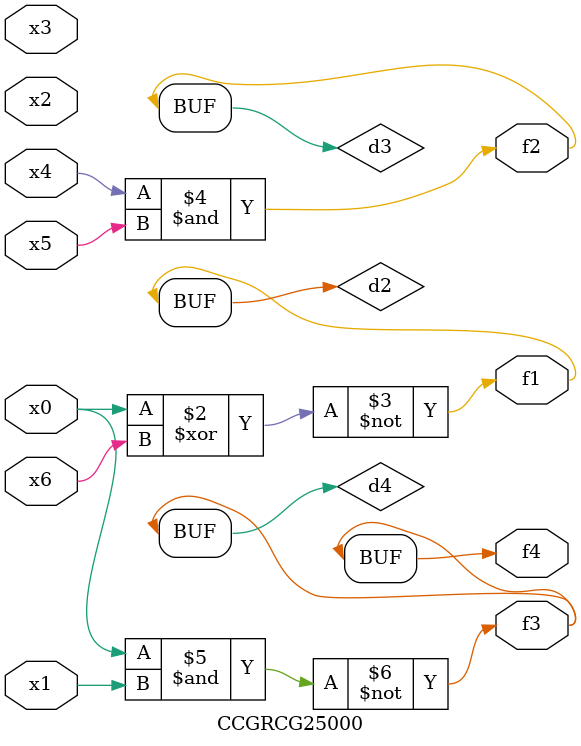
<source format=v>
module CCGRCG25000(
	input x0, x1, x2, x3, x4, x5, x6,
	output f1, f2, f3, f4
);

	wire d1, d2, d3, d4;

	nor (d1, x0);
	xnor (d2, x0, x6);
	and (d3, x4, x5);
	nand (d4, x0, x1);
	assign f1 = d2;
	assign f2 = d3;
	assign f3 = d4;
	assign f4 = d4;
endmodule

</source>
